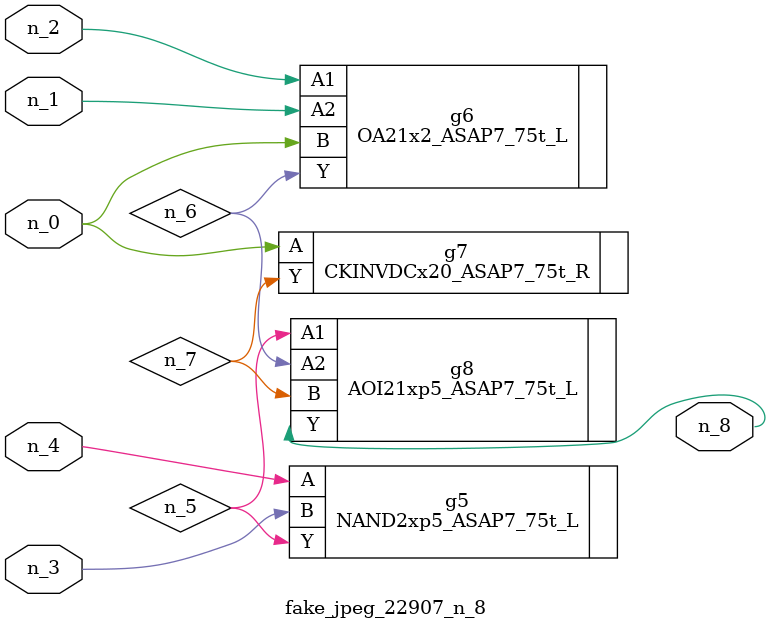
<source format=v>
module fake_jpeg_22907_n_8 (n_3, n_2, n_1, n_0, n_4, n_8);

input n_3;
input n_2;
input n_1;
input n_0;
input n_4;

output n_8;

wire n_6;
wire n_5;
wire n_7;

NAND2xp5_ASAP7_75t_L g5 ( 
.A(n_4),
.B(n_3),
.Y(n_5)
);

OA21x2_ASAP7_75t_L g6 ( 
.A1(n_2),
.A2(n_1),
.B(n_0),
.Y(n_6)
);

CKINVDCx20_ASAP7_75t_R g7 ( 
.A(n_0),
.Y(n_7)
);

AOI21xp5_ASAP7_75t_L g8 ( 
.A1(n_5),
.A2(n_6),
.B(n_7),
.Y(n_8)
);


endmodule
</source>
